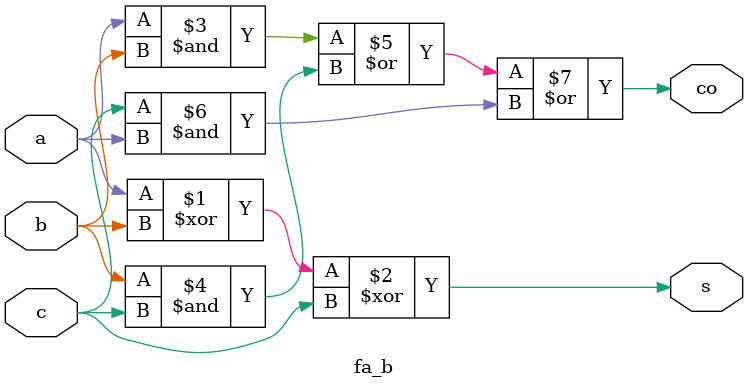
<source format=v>
module fa_b(s,co,a,b,c);

	input a,b,c;
	output s,co;

	assign s=a^b^c;
	assign co=(a&b)|(b&c)|(c&a);

endmodule
</source>
